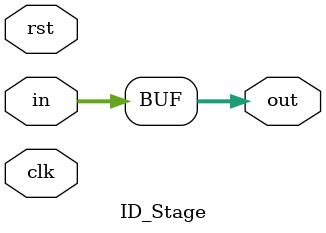
<source format=v>
module ID_Stage #(parameter N = 32)(clk, rst, in, out);
    input clk, rst;
    input [N-1:0]in;
    output [N-1:0] out;
    assign out = in;
endmodule
</source>
